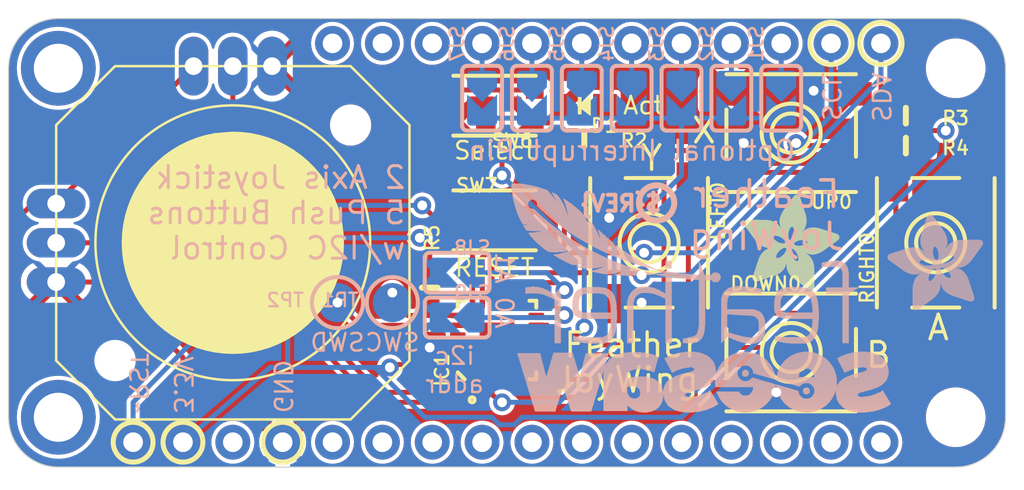
<source format=kicad_pcb>
(kicad_pcb (version 20221018) (generator pcbnew)
  (layers (0 "F.Cu" signal) (1 "In1.Cu" signal) (2 "In2.Cu" signal) (3 "In3.Cu" signal) (4 "In4.Cu" signal) (5 "In5.Cu" signal) (6 "In6.Cu" signal) (7 "In7.Cu" signal) (8 "In8.Cu" signal) (9 "In9.Cu" signal) (10 "In10.Cu" signal) (11 "In11.Cu" signal) (12 "In12.Cu" signal) (13 "In13.Cu" signal) (14 "In14.Cu" signal) (31 "B.Cu" signal) (34 "B.Paste" user) (35 "F.Paste" user) (36 "B.SilkS" user "B.Silkscreen") (37 "F.SilkS" user "F.Silkscreen") (38 "B.Mask" user) (39 "F.Mask" user) (44 "Edge.Cuts" user))
  (net 0 "")
  (net 1 "GND")
  (net 2 "3.3V")
  (net 3 "SWDIO")
  (net 4 "SWCLK")
  (net 5 "~{RESET}")
  (net 6 "PA02_A0")
  (net 7 "PA03_A1")
  (net 8 "PA04_A2")
  (net 9 "PA05_A3")
  (net 10 "PA06_A4")
  (net 11 "PA07_A5")
  (net 12 "PA09_XOSC")
  (net 13 "PA10_A18")
  (net 14 "PA11_A19")
  (net 15 "PA14")
  (net 16 "PA15")
  (net 17 "PA16_D16")
  (net 18 "PA17_D17")
  (net 19 "PA22_SDA")
  (net 20 "PA23_SCL")
  (net 21 "PA24_D-")
  (net 22 "PA25_D+")
  (net 23 "PA08_XOSC")
  (net 24 "N$1")
  (net 25 "N$2")
  (net 26 "N$3")
  (net 27 "N$4")
  (net 28 "N$6")
  (net 29 "N$7")
  (net 30 "N$8")
  (net 31 "N$5")
  (net 32 "N$9")
  (footprint "working:ADAFRUIT_5MM" (layer "F.Cu") (at 160.5661 107.4166)
    (fp_text reference "U$9" hide)
    (fp_text value "" hide)
  )
  (footprint "working:BTN_KMR2_4.6X2.8" (layer "F.Cu") (at 147.8661 98.0186 180)
    (fp_text reference "SW6" (at -2.032 -1.778) (layer "F.SilkS") (effects (font (size 0.692831 0.692831) (thickness 0.119969)) (justify right)))
    (fp_text value "KMR2")
    (pad "A" smd rect (at 2.05 -0.8 180) (size 0.9 0.9) (layers "F.Cu" "F.Paste" "F.Mask") (net 1 "GND"))
    (pad "A'" smd rect (at -2.05 -0.8 180) (size 0.9 0.9) (layers "F.Cu" "F.Paste" "F.Mask") (net 1 "GND"))
    (pad "B" smd rect (at 2.05 0.8 180) (size 0.9 0.9) (layers "F.Cu" "F.Paste" "F.Mask") (net 15 "PA14"))
    (pad "B'" smd rect (at -2.05 0.8 180) (size 0.9 0.9) (layers "F.Cu" "F.Paste" "F.Mask") (net 15 "PA14"))
  )
  (footprint "working:QFN24_4MM" (layer "F.Cu") (at 147.9931 109.9566 90)
    (fp_text reference "IC1" (at -2.45 -2.8 90) (layer "F.SilkS") (effects (font (size 0.692831 0.692831) (thickness 0.119969)) (justify left)))
    (fp_text value "ATSAMD09D14A-MU")
    (pad "1" smd roundrect (at -2 -1.25 270) (size 0.8 0.28) (layers "F.Cu" "F.Paste" "F.Mask") (net 6 "PA02_A0"))
    (pad "2" smd roundrect (at -2 -0.75 270) (size 0.8 0.28) (layers "F.Cu" "F.Paste" "F.Mask") (net 7 "PA03_A1"))
    (pad "3" smd roundrect (at -2 -0.25 270) (size 0.8 0.28) (layers "F.Cu" "F.Paste" "F.Mask") (net 8 "PA04_A2"))
    (pad "4" smd roundrect (at -2 0.25 270) (size 0.8 0.28) (layers "F.Cu" "F.Paste" "F.Mask") (net 9 "PA05_A3"))
    (pad "5" smd roundrect (at -2 0.75 270) (size 0.8 0.28) (layers "F.Cu" "F.Paste" "F.Mask") (net 10 "PA06_A4"))
    (pad "6" smd roundrect (at -2 1.25 270) (size 0.8 0.28) (layers "F.Cu" "F.Paste" "F.Mask") (net 11 "PA07_A5"))
    (pad "7" smd roundrect (at -1.25 2 180) (size 0.8 0.28) (layers "F.Cu" "F.Paste" "F.Mask") (net 23 "PA08_XOSC"))
    (pad "8" smd roundrect (at -0.75 2 180) (size 0.8 0.28) (layers "F.Cu" "F.Paste" "F.Mask") (net 12 "PA09_XOSC"))
    (pad "9" smd roundrect (at -0.25 2 180) (size 0.8 0.28) (layers "F.Cu" "F.Paste" "F.Mask") (net 13 "PA10_A18"))
    (pad "10" smd roundrect (at 0.25 2 180) (size 0.8 0.28) (layers "F.Cu" "F.Paste" "F.Mask") (net 14 "PA11_A19"))
    (pad "11" smd roundrect (at 0.75 2 180) (size 0.8 0.28) (layers "F.Cu" "F.Paste" "F.Mask") (net 15 "PA14"))
    (pad "12" smd roundrect (at 1.25 2 180) (size 0.8 0.28) (layers "F.Cu" "F.Paste" "F.Mask") (net 16 "PA15"))
    (pad "13" smd roundrect (at 2 1.25 90) (size 0.8 0.28) (layers "F.Cu" "F.Paste" "F.Mask") (net 17 "PA16_D16"))
    (pad "14" smd roundrect (at 2 0.75 90) (size 0.8 0.28) (layers "F.Cu" "F.Paste" "F.Mask") (net 18 "PA17_D17"))
    (pad "15" smd roundrect (at 2 0.25 90) (size 0.8 0.28) (layers "F.Cu" "F.Paste" "F.Mask") (net 19 "PA22_SDA"))
    (pad "16" smd roundrect (at 2 -0.25 90) (size 0.8 0.28) (layers "F.Cu" "F.Paste" "F.Mask") (net 20 "PA23_SCL"))
    (pad "17" smd roundrect (at 2 -0.75 90) (size 0.8 0.28) (layers "F.Cu" "F.Paste" "F.Mask") (net 31 "N$5"))
    (pad "18" smd roundrect (at 2 -1.25 90) (size 0.8 0.28) (layers "F.Cu" "F.Paste" "F.Mask") (net 5 "~{RESET}"))
    (pad "19" smd roundrect (at 1.25 -2) (size 0.8 0.28) (layers "F.Cu" "F.Paste" "F.Mask") (net 4 "SWCLK"))
    (pad "20" smd roundrect (at 0.75 -2) (size 0.8 0.28) (layers "F.Cu" "F.Paste" "F.Mask") (net 3 "SWDIO"))
    (pad "21" smd roundrect (at 0.25 -2) (size 0.8 0.28) (layers "F.Cu" "F.Paste" "F.Mask") (net 21 "PA24_D-"))
    (pad "22" smd roundrect (at -0.25 -2) (size 0.8 0.28) (layers "F.Cu" "F.Paste" "F.Mask") (net 22 "PA25_D+"))
    (pad "23" smd roundrect (at -0.75 -2) (size 0.8 0.28) (layers "F.Cu" "F.Paste" "F.Mask") (net 1 "GND"))
    (pad "24" smd roundrect (at -1.25 -2) (size 0.8 0.28) (layers "F.Cu" "F.Paste" "F.Mask") (net 2 "3.3V"))
    (pad "THERM" smd rect (at 0 0 90) (size 1.778 1.778) (layers "F.Cu" "F.Mask") (net 1 "GND"))
  )
  (footprint "working:EVQ-Q2_SMALLER" (layer "F.Cu") (at 170.3451 105.0036 90)
    (fp_text reference "RIGHT0" (at -3.175 -3.5 90) (layer "F.SilkS") (effects (font (size 0.692831 0.692831) (thickness 0.119969)) (justify left)))
    (fp_text value "6mm")
    (pad "A" smd rect (at -3.1 2 90) (size 2 1.2) (layers "F.Cu" "F.Paste" "F.Mask") (net 1 "GND"))
    (pad "A'" smd rect (at 3.1 2 90) (size 2 1.2) (layers "F.Cu" "F.Paste" "F.Mask") (net 1 "GND"))
    (pad "B" smd rect (at -3.1 -2 90) (size 2 1.2) (layers "F.Cu" "F.Paste" "F.Mask") (net 10 "PA06_A4"))
    (pad "B'" smd rect (at 3.1 -2 90) (size 2 1.2) (layers "F.Cu" "F.Paste" "F.Mask") (net 10 "PA06_A4"))
  )
  (footprint "working:FIDUCIAL_1MM" (layer "F.Cu") (at 126.7841 99.6696)
    (fp_text reference "FID1" hide)
    (fp_text value "FIDUCIAL_1MM" hide)
    (pad "1" smd roundrect (at 0 0) (size 1 1) (layers "F.Cu" "F.Mask") (roundrect_rratio 0.5))
  )
  (footprint "working:EVQ-Q2_SMALLER" (layer "F.Cu") (at 162.9791 99.4156 180)
    (fp_text reference "UP0" (at -3.175 -3.5) (layer "F.SilkS") (effects (font (size 0.692831 0.692831) (thickness 0.119969)) (justify right)))
    (fp_text value "6mm")
    (pad "A" smd rect (at -3.1 2 180) (size 2 1.2) (layers "F.Cu" "F.Paste" "F.Mask") (net 1 "GND"))
    (pad "A'" smd rect (at 3.1 2 180) (size 2 1.2) (layers "F.Cu" "F.Paste" "F.Mask") (net 1 "GND"))
    (pad "B" smd rect (at -3.1 -2 180) (size 2 1.2) (layers "F.Cu" "F.Paste" "F.Mask") (net 13 "PA10_A18"))
    (pad "B'" smd rect (at 3.1 -2 180) (size 2 1.2) (layers "F.Cu" "F.Paste" "F.Mask") (net 13 "PA10_A18"))
  )
  (footprint "working:EVQ-Q2_SMALLER" (layer "F.Cu") (at 155.7401 105.0036 -90)
    (fp_text reference "LEFT0" (at -3.175 -3.5 90) (layer "F.SilkS") (effects (font (size 0.692831 0.692831) (thickness 0.119969)) (justify right)))
    (fp_text value "6mm")
    (pad "A" smd rect (at -3.1 2 270) (size 2 1.2) (layers "F.Cu" "F.Paste" "F.Mask") (net 1 "GND"))
    (pad "A'" smd rect (at 3.1 2 270) (size 2 1.2) (layers "F.Cu" "F.Paste" "F.Mask") (net 1 "GND"))
    (pad "B" smd rect (at -3.1 -2 270) (size 2 1.2) (layers "F.Cu" "F.Paste" "F.Mask") (net 12 "PA09_XOSC"))
    (pad "B'" smd rect (at 3.1 -2 270) (size 2 1.2) (layers "F.Cu" "F.Paste" "F.Mask") (net 12 "PA09_XOSC"))
  )
  (footprint "working:CHIPLED_0805_NOOUTLINE" (layer "F.Cu") (at 152.4381 98.0186 90)
    (fp_text reference "D1" (at -1.016 1.778) (layer "F.SilkS") (effects (font (size 0.692831 0.692831) (thickness 0.119969)) (justify right)))
    (fp_text value "RED")
    (pad "A" smd rect (at 0 1.05 90) (size 1.2 1.2) (layers "F.Cu" "F.Paste" "F.Mask") (net 32 "N$9"))
    (pad "C" smd rect (at 0 -1.05 90) (size 1.2 1.2) (layers "F.Cu" "F.Paste" "F.Mask") (net 1 "GND"))
  )
  (footprint "working:0603-NO" (layer "F.Cu") (at 168.8211 98.5266)
    (fp_text reference "R3" (at 1.778 0.127) (layer "F.SilkS") (effects (font (size 0.692831 0.692831) (thickness 0.119969)) (justify left)))
    (fp_text value "10K")
    (pad "1" smd rect (at -0.85 0) (size 1.075 1) (layers "F.Cu" "F.Paste" "F.Mask") (net 19 "PA22_SDA"))
    (pad "2" smd rect (at 0.85 0) (size 1.075 1) (layers "F.Cu" "F.Paste" "F.Mask") (net 2 "3.3V"))
  )
  (footprint "working:0603-NO" (layer "F.Cu") (at 168.8211 100.0506)
    (fp_text reference "R4" (at 1.778 0.127) (layer "F.SilkS") (effects (font (size 0.692831 0.692831) (thickness 0.119969)) (justify left)))
    (fp_text value "10k")
    (pad "1" smd rect (at -0.85 0) (size 1.075 1) (layers "F.Cu" "F.Paste" "F.Mask") (net 20 "PA23_SCL"))
    (pad "2" smd rect (at 0.85 0) (size 1.075 1) (layers "F.Cu" "F.Paste" "F.Mask") (net 2 "3.3V"))
  )
  (footprint "working:0603-NO" (layer "F.Cu") (at 152.4381 99.6696)
    (fp_text reference "R2" (at 1.778 0.127) (layer "F.SilkS") (effects (font (size 0.692831 0.692831) (thickness 0.119969)) (justify left)))
    (fp_text value "1k")
    (pad "1" smd rect (at -0.85 0) (size 1.075 1) (layers "F.Cu" "F.Paste" "F.Mask") (net 31 "N$5"))
    (pad "2" smd rect (at 0.85 0) (size 1.075 1) (layers "F.Cu" "F.Paste" "F.Mask") (net 32 "N$9"))
  )
  (footprint "working:FEATHERWING" (layer "F.Cu") (at 123.1011 116.4336)
    (fp_text reference "MS1" hide)
    (fp_text value "FEATHERWING" hide)
    (fp_line (start 0 -20.32) (end 0 -2.54) (stroke (width 0.05)) (layer "Edge.Cuts"))
    (fp_line (start 2.54 0) (end 48.26 0) (stroke (width 0.05)) (layer "Edge.Cuts"))
    (fp_line (start 48.26 -22.86) (end 2.54 -22.86) (stroke (width 0.05)) (layer "Edge.Cuts"))
    (fp_line (start 50.8 -2.54) (end 50.8 -20.32) (stroke (width 0.05)) (layer "Edge.Cuts"))
    (fp_arc (start 0 -20.32) (mid 0.743949 -22.116051) (end 2.54 -22.86) (stroke (width 0.05)) (layer "Edge.Cuts"))
    (fp_arc (start 2.54 0) (mid 0.743949 -0.743949) (end 0 -2.54) (stroke (width 0.05)) (layer "Edge.Cuts"))
    (fp_arc (start 48.26 -22.86) (mid 50.056051 -22.116051) (end 50.8 -20.32) (stroke (width 0.05)) (layer "Edge.Cuts"))
    (fp_arc (start 50.8 -2.54) (mid 50.056051 -0.743949) (end 48.26 0) (stroke (width 0.05)) (layer "Edge.Cuts"))
    (pad "" np_thru_hole circle (at 48.26 -20.32) (size 2.54 2.54) (drill 2.54) (layers "*.Cu" "*.Mask"))
    (pad "" np_thru_hole circle (at 48.26 -2.54) (size 2.54 2.54) (drill 2.54) (layers "*.Cu" "*.Mask"))
    (pad "1" thru_hole circle (at 6.35 -1.27) (size 1.778 1.778) (drill 1) (layers "*.Cu" "*.Mask") (net 5 "~{RESET}"))
    (pad "2" thru_hole circle (at 8.89 -1.27) (size 1.778 1.778) (drill 1) (layers "*.Cu" "*.Mask") (net 2 "3.3V"))
    (pad "3" thru_hole circle (at 11.43 -1.27) (size 1.778 1.778) (drill 1) (layers "*.Cu" "*.Mask"))
    (pad "4" thru_hole circle (at 13.97 -1.27) (size 1.778 1.778) (drill 1) (layers "*.Cu" "*.Mask") (net 1 "GND"))
    (pad "5" thru_hole circle (at 16.51 -1.27) (size 1.778 1.778) (drill 1) (layers "*.Cu" "*.Mask"))
    (pad "6" thru_hole circle (at 19.05 -1.27) (size 1.778 1.778) (drill 1) (layers "*.Cu" "*.Mask"))
    (pad "7" thru_hole circle (at 21.59 -1.27) (size 1.778 1.778) (drill 1) (layers "*.Cu" "*.Mask"))
    (pad "8" thru_hole circle (at 24.13 -1.27) (size 1.778 1.778) (drill 1) (layers "*.Cu" "*.Mask"))
    (pad "9" thru_hole circle (at 26.67 -1.27) (size 1.778 1.778) (drill 1) (layers "*.Cu" "*.Mask"))
    (pad "10" thru_hole circle (at 29.21 -1.27) (size 1.778 1.778) (drill 1) (layers "*.Cu" "*.Mask"))
    (pad "11" thru_hole circle (at 31.75 -1.27) (size 1.778 1.778) (drill 1) (layers "*.Cu" "*.Mask"))
    (pad "12" thru_hole circle (at 34.29 -1.27) (size 1.778 1.778) (drill 1) (layers "*.Cu" "*.Mask"))
    (pad "13" thru_hole circle (at 36.83 -1.27) (size 1.778 1.778) (drill 1) (layers "*.Cu" "*.Mask"))
    (pad "14" thru_hole circle (at 39.37 -1.27) (size 1.778 1.778) (drill 1) (layers "*.Cu" "*.Mask"))
    (pad "15" thru_hole circle (at 41.91 -1.27) (size 1.778 1.778) (drill 1) (layers "*.Cu" "*.Mask"))
    (pad "16" thru_hole circle (at 44.45 -1.27) (size 1.778 1.778) (drill 1) (layers "*.Cu" "*.Mask"))
    (pad "17" thru_hole circle (at 44.45 -21.59) (size 1.778 1.778) (drill 1) (layers "*.Cu" "*.Mask") (net 19 "PA22_SDA"))
    (pad "18" thru_hole circle (at 41.91 -21.59) (size 1.778 1.778) (drill 1) (layers "*.Cu" "*.Mask") (net 20 "PA23_SCL"))
    (pad "19" thru_hole circle (at 39.37 -21.59) (size 1.778 1.778) (drill 1) (layers "*.Cu" "*.Mask") (net 24 "N$1"))
    (pad "20" thru_hole circle (at 36.83 -21.59) (size 1.778 1.778) (drill 1) (layers "*.Cu" "*.Mask") (net 25 "N$2"))
    (pad "21" thru_hole circle (at 34.29 -21.59) (size 1.778 1.778) (drill 1) (layers "*.Cu" "*.Mask") (net 26 "N$3"))
    (pad "22" thru_hole circle (at 31.75 -21.59) (size 1.778 1.778) (drill 1) (layers "*.Cu" "*.Mask") (net 27 "N$4"))
    (pad "23" thru_hole circle (at 29.21 -21.59) (size 1.778 1.778) (drill 1) (layers "*.Cu" "*.Mask") (net 28 "N$6"))
    (pad "24" thru_hole circle (at 26.67 -21.59) (size 1.778 1.778) (drill 1) (layers "*.Cu" "*.Mask") (net 29 "N$7"))
    (pad "25" thru_hole circle (at 24.13 -21.59) (size 1.778 1.778) (drill 1) (layers "*.Cu" "*.Mask") (net 30 "N$8"))
    (pad "26" thru_hole circle (at 21.59 -21.59) (size 1.778 1.778) (drill 1) (layers "*.Cu" "*.Mask"))
    (pad "27" thru_hole circle (at 19.05 -21.59) (size 1.778 1.778) (drill 1) (layers "*.Cu" "*.Mask"))
    (pad "28" thru_hole circle (at 16.51 -21.59) (size 1.778 1.778) (drill 1) (layers "*.Cu" "*.Mask"))
    (pad "P$1" thru_hole circle (at 2.54 -20.32) (size 3.81 3.81) (drill 2.5) (layers "*.Cu" "*.Mask"))
    (pad "P$2" thru_hole circle (at 2.54 -2.54) (size 3.81 3.81) (drill 2.5) (layers "*.Cu" "*.Mask"))
  )
  (footprint "working:BTN_KMR2_4.6X2.8" (layer "F.Cu") (at 147.8661 103.8606)
    (fp_text reference "SW7" (at -2.032 -1.778) (layer "F.SilkS") (effects (font (size 0.692831 0.692831) (thickness 0.119969)) (justify left)))
    (fp_text value "KMR2")
    (pad "A" smd rect (at 2.05 -0.8) (size 0.9 0.9) (layers "F.Cu" "F.Paste" "F.Mask") (net 1 "GND"))
    (pad "A'" smd rect (at -2.05 -0.8) (size 0.9 0.9) (layers "F.Cu" "F.Paste" "F.Mask") (net 1 "GND"))
    (pad "B" smd rect (at 2.05 0.8) (size 0.9 0.9) (layers "F.Cu" "F.Paste" "F.Mask") (net 5 "~{RESET}"))
    (pad "B'" smd rect (at -2.05 0.8) (size 0.9 0.9) (layers "F.Cu" "F.Paste" "F.Mask") (net 5 "~{RESET}"))
  )
  (footprint "working:FIDUCIAL_1MM" (layer "F.Cu") (at 170.3451 105.0036)
    (fp_text reference "FID2" hide)
    (fp_text value "FIDUCIAL_1MM" hide)
    (pad "1" smd roundrect (at 0 0) (size 1 1) (layers "F.Cu" "F.Mask") (roundrect_rratio 0.5))
  )
  (footprint "working:EVQ-Q2_SMALLER" (layer "F.Cu") (at 162.9791 110.5916)
    (fp_text reference "DOWN0" (at -3.175 -3.5) (layer "F.SilkS") (effects (font (size 0.692831 0.692831) (thickness 0.119969)) (justify left)))
    (fp_text value "6mm")
    (pad "A" smd rect (at -3.1 2) (size 2 1.2) (layers "F.Cu" "F.Paste" "F.Mask") (net 1 "GND"))
    (pad "A'" smd rect (at 3.1 2) (size 2 1.2) (layers "F.Cu" "F.Paste" "F.Mask") (net 1 "GND"))
    (pad "B" smd rect (at -3.1 -2) (size 2 1.2) (layers "F.Cu" "F.Paste" "F.Mask") (net 11 "PA07_A5"))
    (pad "B'" smd rect (at 3.1 -2) (size 2 1.2) (layers "F.Cu" "F.Paste" "F.Mask") (net 11 "PA07_A5"))
  )
  (footprint "working:JOYSTICK_ANALOG_MINITHM" (layer "F.Cu") (at 134.5311 105.0036 90)
    (fp_text reference "JOY1" hide)
    (fp_text value "JOYSTICK_ANALOG_XY" hide)
    (pad "" np_thru_hole circle (at -6 -6 90) (size 1.6 1.6) (drill 1.6) (layers "*.Cu" "*.Mask"))
    (pad "" np_thru_hole circle (at 6 6 90) (size 1.6 1.6) (drill 1.6) (layers "*.Cu" "*.Mask"))
    (pad "X" thru_hole oval (at 0 -9 180) (size 3 1.5) (drill 0.9) (layers "*.Cu" "*.Mask") (net 7 "PA03_A1"))
    (pad "X+" thru_hole oval (at 2 -9 180) (size 3 1.5) (drill 0.9) (layers "*.Cu" "*.Mask") (net 2 "3.3V"))
    (pad "X-" thru_hole oval (at -2 -9 180) (size 3 1.5) (drill 0.9) (layers "*.Cu" "*.Mask") (net 1 "GND"))
    (pad "Y" thru_hole oval (at 9 0 90) (size 3 1.5) (drill 0.9) (layers "*.Cu" "*.Mask") (net 6 "PA02_A0"))
    (pad "Y+" thru_hole oval (at 9 -2 90) (size 3 1.5) (drill 0.9) (layers "*.Cu" "*.Mask") (net 2 "3.3V"))
    (pad "Y-" thru_hole oval (at 9 2 90) (size 3 1.5) (drill 0.9) (layers "*.Cu" "*.Mask") (net 1 "GND"))
  )
  (footprint "working:0603-NO" (layer "F.Cu") (at 144.5641 107.2896 90)
    (fp_text reference "R5" (at 1.778 0.127 90) (layer "F.SilkS") (effects (font (size 0.692831 0.692831) (thickness 0.119969)) (justify left)))
    (fp_text value "1k")
    (pad "1" smd rect (at -0.85 0 90) (size 1.075 1) (layers "F.Cu" "F.Paste" "F.Mask") (net 4 "SWCLK"))
    (pad "2" smd rect (at 0.85 0 90) (size 1.075 1) (layers "F.Cu" "F.Paste" "F.Mask") (net 2 "3.3V"))
  )
  (footprint "working:SOLDERJUMPER_ARROW_NOPASTE" (layer "B.Cu") (at 145.9611 108.8136 180)
    (fp_text reference "SJ9" (at -1.778 1.27) (layer "B.SilkS") (effects (font (size 0.692831 0.692831) (thickness 0.119969)) (justify left mirror)))
    (fp_text value "")
    (fp_poly (pts (xy 0.201021 0) (xy -0.560979 -0.762) (xy -1.1684 -0.762) (xy -1.1684 0.762) (xy -0.560979 0.762)) (fill solid) (layer "B.Cu"))
    (fp_poly (pts (xy 1.1684 -0.762) (xy -0.186831 -0.762) (xy 0.548892 0) (xy -0.186831 0.762) (xy 1.1684 0.762)) (fill solid) (layer "B.Cu"))
    (pad "1" smd roundrect (at -1.016 0 180) (size 0.762 1.524) (layers "B.Cu") (net 17 "PA16_D16"))
    (pad "2" smd roundrect (at 1.016 0 180) (size 0.762 1.524) (layers "B.Cu") (net 1 "GND"))
  )
  (footprint "working:SOLDERJUMPER_ARROW_NOPASTE" (layer "B.Cu") (at 147.2311 97.6376 -90)
    (fp_text reference "SJ7" (at -1.778 1.27 -270) (layer "B.SilkS") (effects (font (size 0.692831 0.692831) (thickness 0.119969)) (justify right mirror)))
    (fp_text value "")
    (fp_poly (pts (xy 0.201021 0) (xy -0.560979 -0.762) (xy -1.1684 -0.762) (xy -1.1684 0.762) (xy -0.560979 0.762)) (fill solid) (layer "B.Cu"))
    (fp_poly (pts (xy 1.1684 -0.762) (xy -0.186831 -0.762) (xy 0.548892 0) (xy -0.186831 0.762) (xy 1.1684 0.762)) (fill solid) (layer "B.Cu"))
    (pad "1" smd roundrect (at -1.016 0 270) (size 0.762 1.524) (layers "B.Cu") (net 30 "N$8"))
    (pad "2" smd roundrect (at 1.016 0 270) (size 0.762 1.524) (layers "B.Cu") (net 8 "PA04_A2"))
  )
  (footprint "working:TESTPOINT_ROUND_2MM" (layer "B.Cu") (at 142.6591 108.0516 180)
    (fp_text reference "TP1" (at 1.651 0.127) (layer "B.SilkS") (effects (font (size 0.692831 0.692831) (thickness 0.119969)) (justify left mirror)))
    (fp_text value "")
    (pad "P$1" smd roundrect (at 0 0 180) (size 2 2) (layers "B.Cu" "B.Mask") (roundrect_rratio 0.5) (net 4 "SWCLK"))
  )
  (footprint "working:PCBFEAT-REV-040" (layer "B.Cu") (at 156.1211 102.9716 180)
    (fp_text reference "U$7" hide)
    (fp_text value "" hide)
    (fp_text user "${REV}" (at -0.3556 -0.508) (layer "B.SilkS") (effects (font (size 0.8128 0.8128) (thickness 0.2032)) (justify left bottom mirror)))
  )
  (footprint "working:SOLDERJUMPER_ARROW_NOPASTE" (layer "B.Cu") (at 159.9311 97.6376 -90)
    (fp_text reference "SJ2" (at -1.778 1.27 -270) (layer "B.SilkS") (effects (font (size 0.692831 0.692831) (thickness 0.119969)) (justify right mirror)))
    (fp_text value "")
    (fp_poly (pts (xy 0.201021 0) (xy -0.560979 -0.762) (xy -1.1684 -0.762) (xy -1.1684 0.762) (xy -0.560979 0.762)) (fill solid) (layer "B.Cu"))
    (fp_poly (pts (xy 1.1684 -0.762) (xy -0.186831 -0.762) (xy 0.548892 0) (xy -0.186831 0.762) (xy 1.1684 0.762)) (fill solid) (layer "B.Cu"))
    (pad "1" smd roundrect (at -1.016 0 270) (size 0.762 1.524) (layers "B.Cu") (net 25 "N$2"))
    (pad "2" smd roundrect (at 1.016 0 270) (size 0.762 1.524) (layers "B.Cu") (net 8 "PA04_A2"))
  )
  (footprint "working:ADAFRUIT_5MM" (layer "B.Cu") (at 172.7581 108.4326 180)
    (fp_text reference "U$11" hide)
    (fp_text value "" hide)
  )
  (footprint "working:SOLDERJUMPER_ARROW_NOPASTE" (layer "B.Cu") (at 157.3911 97.6376 -90)
    (fp_text reference "SJ3" (at -1.778 1.27 -270) (layer "B.SilkS") (effects (font (size 0.692831 0.692831) (thickness 0.119969)) (justify right mirror)))
    (fp_text value "")
    (fp_poly (pts (xy 0.201021 0) (xy -0.560979 -0.762) (xy -1.1684 -0.762) (xy -1.1684 0.762) (xy -0.560979 0.762)) (fill solid) (layer "B.Cu"))
    (fp_poly (pts (xy 1.1684 -0.762) (xy -0.186831 -0.762) (xy 0.548892 0) (xy -0.186831 0.762) (xy 1.1684 0.762)) (fill solid) (layer "B.Cu"))
    (pad "1" smd roundrect (at -1.016 0 270) (size 0.762 1.524) (layers "B.Cu") (net 26 "N$3"))
    (pad "2" smd roundrect (at 1.016 0 270) (size 0.762 1.524) (layers "B.Cu") (net 8 "PA04_A2"))
  )
  (footprint "working:FEATHERLOGO_MED" (layer "B.Cu") (at 166.5351 110.2106 180)
    (fp_text reference "U$10" hide)
    (fp_text value "" hide)
  )
  (footprint "working:TESTPOINT_ROUND_2MM" (layer "B.Cu") (at 139.8651 108.0516 180)
    (fp_text reference "TP2" (at 1.651 0.127) (layer "B.SilkS") (effects (font (size 0.692831 0.692831) (thickness 0.119969)) (justify left mirror)))
    (fp_text value "")
    (pad "P$1" smd roundrect (at 0 0 180) (size 2 2) (layers "B.Cu" "B.Mask") (roundrect_rratio 0.5) (net 3 "SWDIO"))
  )
  (footprint "working:SOLDERJUMPER_ARROW_NOPASTE" (layer "B.Cu") (at 154.8511 97.6376 -90)
    (fp_text reference "SJ4" (at -1.778 1.27 -270) (layer "B.SilkS") (effects (font (size 0.692831 0.692831) (thickness 0.119969)) (justify right mirror)))
    (fp_text value "")
    (fp_poly (pts (xy 0.201021 0) (xy -0.560979 -0.762) (xy -1.1684 -0.762) (xy -1.1684 0.762) (xy -0.560979 0.762)) (fill solid) (layer "B.Cu"))
    (fp_poly (pts (xy 1.1684 -0.762) (xy -0.186831 -0.762) (xy 0.548892 0) (xy -0.186831 0.762) (xy 1.1684 0.762)) (fill solid) (layer "B.Cu"))
    (pad "1" smd roundrect (at -1.016 0 270) (size 0.762 1.524) (layers "B.Cu") (net 27 "N$4"))
    (pad "2" smd roundrect (at 1.016 0 270) (size 0.762 1.524) (layers "B.Cu") (net 8 "PA04_A2"))
  )
  (footprint "working:SOLDERJUMPER_ARROW_NOPASTE" (layer "B.Cu") (at 145.9611 106.5276 180)
    (fp_text reference "SJ8" (at -1.778 1.27) (layer "B.SilkS") (effects (font (size 0.692831 0.692831) (thickness 0.119969)) (justify left mirror)))
    (fp_text value "")
    (fp_poly (pts (xy 0.201021 0) (xy -0.560979 -0.762) (xy -1.1684 -0.762) (xy -1.1684 0.762) (xy -0.560979 0.762)) (fill solid) (layer "B.Cu"))
    (fp_poly (pts (xy 1.1684 -0.762) (xy -0.186831 -0.762) (xy 0.548892 0) (xy -0.186831 0.762) (xy 1.1684 0.762)) (fill solid) (layer "B.Cu"))
    (pad "1" smd roundrect (at -1.016 0 180) (size 0.762 1.524) (layers "B.Cu") (net 18 "PA17_D17"))
    (pad "2" smd roundrect (at 1.016 0 180) (size 0.762 1.524) (layers "B.Cu") (net 1 "GND"))
  )
  (footprint "working:SEESAW_LOGO" (layer "B.Cu") (at 168.0591 113.6396 180)
    (fp_text reference "U$12" hide)
    (fp_text value "" hide)
  )
  (footprint "working:SOLDERJUMPER_ARROW_NOPASTE" (layer "B.Cu") (at 149.7711 97.6376 -90)
    (fp_text reference "SJ6" (at -1.778 1.27 -270) (layer "B.SilkS") (effects (font (size 0.692831 0.692831) (thickness 0.119969)) (justify right mirror)))
    (fp_text value "")
    (fp_poly (pts (xy 0.201021 0) (xy -0.560979 -0.762) (xy -1.1684 -0.762) (xy -1.1684 0.762) (xy -0.560979 0.762)) (fill solid) (layer "B.Cu"))
    (fp_poly (pts (xy 1.1684 -0.762) (xy -0.186831 -0.762) (xy 0.548892 0) (xy -0.186831 0.762) (xy 1.1684 0.762)) (fill solid) (layer "B.Cu"))
    (pad "1" smd roundrect (at -1.016 0 270) (size 0.762 1.524) (layers "B.Cu") (net 29 "N$7"))
    (pad "2" smd roundrect (at 1.016 0 270) (size 0.762 1.524) (layers "B.Cu") (net 8 "PA04_A2"))
  )
  (footprint "working:SOLDERJUMPER_ARROW_NOPASTE" (layer "B.Cu") (at 152.3111 97.6376 -90)
    (fp_text reference "SJ5" (at -1.778 1.27 -270) (layer "B.SilkS") (effects (font (size 0.692831 0.692831) (thickness 0.119969)) (justify right mirror)))
    (fp_text value "")
    (fp_poly (pts (xy 0.201021 0) (xy -0.560979 -0.762) (xy -1.1684 -0.762) (xy -1.1684 0.762) (xy -0.560979 0.762)) (fill solid) (layer "B.Cu"))
    (fp_poly (pts (xy 1.1684 -0.762) (xy -0.186831 -0.762) (xy 0.548892 0) (xy -0.186831 0.762) (xy 1.1684 0.762)) (fill solid) (layer "B.Cu"))
    (pad "1" smd roundrect (at -1.016 0 270) (size 0.762 1.524) (layers "B.Cu") (net 28 "N$6"))
    (pad "2" smd roundrect (at 1.016 0 270) (size 0.762 1.524) (layers "B.Cu") (net 8 "PA04_A2"))
  )
  (footprint "working:SOLDERJUMPER_ARROW_NOPASTE" (layer "B.Cu") (at 162.4711 97.6376 -90)
    (fp_text reference "SJ1" (at -1.778 1.27 -270) (layer "B.SilkS") (effects (font (size 0.692831 0.692831) (thickness 0.119969)) (justify right mirror)))
    (fp_text value "")
    (fp_poly (pts (xy 0.201021 0) (xy -0.560979 -0.762) (xy -1.1684 -0.762) (xy -1.1684 0.762) (xy -0.560979 0.762)) (fill solid) (layer "B.Cu"))
    (fp_poly (pts (xy 1.1684 -0.762) (xy -0.186831 -0.762) (xy 0.548892 0) (xy -0.186831 0.762) (xy 1.1684 0.762)) (fill solid) (layer "B.Cu"))
    (pad "1" smd roundrect (at -1.016 0 270) (size 0.762 1.524) (layers "B.Cu") (net 24 "N$1"))
    (pad "2" smd roundrect (at 1.016 0 270) (size 0.762 1.524) (layers "B.Cu") (net 8 "PA04_A2"))
  )
  (gr_circle (center 137.0711 115.1636) (end 138.0871 115.1636) (stroke (width 0.254)) (fill none) (layer "F.SilkS"))
  (gr_circle (center 129.4511 115.1636) (end 130.4671 115.1636) (stroke (width 0.254)) (fill none) (layer "F.SilkS"))
  (gr_circle (center 131.9911 115.1636) (end 133.0071 115.1636) (stroke (width 0.254)) (fill none) (layer "F.SilkS"))
  (gr_circle (center 165.0111 94.8436) (end 166.088728 94.8436) (stroke (width 0.254)) (fill none) (layer "F.SilkS"))
  (gr_circle (center 167.5511 94.8436) (end 168.628728 94.8436) (stroke (width 0.254)) (fill none) (layer "F.SilkS"))
  (gr_line (start 123.1011 113.8936) (end 123.1011 96.1136) (stroke (width 0.05)) (layer "Edge.Cuts"))
  (gr_arc (start 171.3611 93.5736) (mid 173.157151 94.317549) (end 173.9011 96.1136) (stroke (width 0.05)) (layer "Edge.Cuts"))
  (gr_arc (start 123.1011 96.1136) (mid 123.845049 94.317549) (end 125.6411 93.5736) (stroke (width 0.05)) (layer "Edge.Cuts"))
  (gr_line (start 171.3611 116.4336) (end 125.6411 116.4336) (stroke (width 0.05)) (layer "Edge.Cuts"))
  (gr_line (start 125.6411 93.5736) (end 171.3611 93.5736) (stroke (width 0.05)) (layer "Edge.Cuts"))
  (gr_arc (start 125.6411 116.4336) (mid 123.845049 115.689651) (end 123.1011 113.8936) (stroke (width 0.05)) (layer "Edge.Cuts"))
  (gr_line (start 173.9011 96.1136) (end 173.9011 113.8936) (stroke (width 0.05)) (layer "Edge.Cuts"))
  (gr_arc (start 173.9011 113.8936) (mid 173.157151 115.689651) (end 171.3611 116.4336) (stroke (width 0.05)) (layer "Edge.Cuts"))
  (gr_text "~RST" (at 129.7051 113.7666 -90) (layer "B.SilkS") (effects (font (size 0.89408 0.89408) (thickness 0.12192)) (justify left mirror)))
  (gr_text "GND" (at 137.0711 113.7666 -90) (layer "B.SilkS") (effects (font (size 0.89408 0.89408) (thickness 0.12192)) (justify left mirror)))
  (gr_text "Feather\nJoyWing" (at 161.7091 103.6066) (layer "B.SilkS") (effects (font (size 1.34112 1.34112) (thickness 0.18288)) (justify mirror)))
  (gr_text "SDA" (at 167.5511 96.2406 -90) (layer "B.SilkS") (effects (font (size 0.89408 0.89408) (thickness 0.12192)) (justify right mirror)))
  (gr_text "SCL" (at 165.0111 96.2406 -90) (layer "B.SilkS") (effects (font (size 0.89408 0.89408) (thickness 0.12192)) (justify right mirror)))
  (gr_text "SWC" (at 142.6591 110.0836) (layer "B.SilkS") (effects (font (size 0.89408 0.89408) (thickness 0.12192)) (justify mirror)))
  (gr_text "i2c\naddr" (at 145.8341 111.4806) (layer "B.SilkS") (effects (font (size 0.89408 0.89408) (thickness 0.12192)) (justify mirror)))
  (gr_text "A0" (at 148.8821 107.6706 -90) (layer "B.SilkS") (effects (font (size 0.89408 0.89408) (thickness 0.12192)) (justify right top mirror)))
  (gr_text "2 Axis Joystick\n5 Push Buttons\nw/I2C Control" (at 143.4211 103.4796) (layer "B.SilkS") (effects (font (size 1.1176 1.1176) (thickness 0.1524)) (justify left mirror)))
  (gr_text "A1" (at 148.8821 105.3846 -90) (layer "B.SilkS") (effects (font (size 0.89408 0.89408) (thickness 0.12192)) (justify right top mirror)))
  (gr_text "Optional Interrupt Pin" (at 154.8511 100.3046) (layer "B.SilkS") (effects (font (size 1.00584 1.00584) (thickness 0.13716)) (justify mirror)))
  (gr_text "SWD" (at 139.8651 110.0836) (layer "B.SilkS") (effects (font (size 0.89408 0.89408) (thickness 0.12192)) (justify mirror)))
  (gr_text "3.3V" (at 131.9911 113.7666 -90) (layer "B.SilkS") (effects (font (size 0.89408 0.89408) (thickness 0.12192)) (justify left mirror)))
  (gr_text "Select" (at 147.8661 100.3046) (layer "F.SilkS") (effects (font (size 0.89408 0.89408) (thickness 0.12192))))
  (gr_text "Act" (at 154.3431 98.5266) (layer "F.SilkS") (effects (font (size 0.89408 0.89408) (thickness 0.12192)) (justify left bottom)))
  (gr_text "Feather" (at 154.8511 110.2106) (layer "F.SilkS") (effects (font (size 1.22936 1.22936) (thickness 0.16764))))
  (gr_text "Y" (at 155.8671 100.6856) (layer "F.SilkS") (effects (font (size 1.251712 1.251712) (thickness 0.170688))))
  (gr_text "JoyWing" (at 154.5971 111.9886) (layer "F.SilkS") (effects (font (size 1.251712 1.251712) (thickness 0.170688))))
  (gr_text "X" (at 158.5341 99.2886) (layer "F.SilkS") (effects (font (size 1.251712 1.251712) (thickness 0.170688))))
  (gr_text "B" (at 167.4241 110.7186) (layer "F.SilkS") (effects (font (size 1.251712 1.251712) (thickness 0.170688))))
  (gr_text "A" (at 170.4721 109.3216) (layer "F.SilkS") (effects (font (size 1.251712 1.251712) (thickness 0.170688))))
  (gr_text "RESET" (at 147.8661 106.2736) (layer "F.SilkS") (effects (font (size 0.89408 0.89408) (thickness 0.12192))))
  (segment (start 137.0711 114.1476) (end 137.0711 115.1636) (width 0.254) (layer "F.Cu") (net 1))
  (segment (start 145.9931 110.7066) (end 147.9931 110.7066) (width 0.254) (layer "F.Cu") (net 1))
  (segment (start 150.5881 98.8186) (end 151.3881 98.0186) (width 0.4064) (layer "F.Cu") (net 1))
  (segment (start 149.9161 98.8186) (end 150.5881 98.8186) (width 0.4064) (layer "F.Cu") (net 1))
  (segment (start 144.5641 110.7066) (end 144.5641 110.3376) (width 0.254) (layer "F.Cu") (net 1))
  (segment (start 125.5311 107.0036) (end 129.9271 107.0036) (width 0.254) (layer "F.Cu") (net 1))
  (segment (start 147.9931 110.7066) (end 147.9931 109.9566) (width 0.254) (layer "F.Cu") (net 1))
  (segment (start 129.9271 107.0036) (end 137.0711 114.1476) (width 0.254) (layer "F.Cu") (net 1))
  (segment (start 145.9931 110.7066) (end 144.5641 110.7066) (width 0.254) (layer "F.Cu") (net 1))
  (via (at 160.5661 99.9236) (size 0.9064) (drill 0.5) (layers "F.Cu" "B.Cu") (net 1))
  (via (at 162.2171 112.6236) (size 0.9064) (drill 0.5) (layers "F.Cu" "B.Cu") (net 1))
  (via (at 153.7081 103.7336) (size 0.9064) (drill 0.5) (layers "F.Cu" "B.Cu") (net 1))
  (via (at 164.1221 97.2566) (size 0.9064) (drill 0.5) (layers "F.Cu" "B.Cu") (net 1))
  (via (at 155.3591 108.0516) (size 0.9064) (drill 0.5) (layers "F.Cu" "B.Cu") (net 1))
  (via (at 144.5641 110.3376) (size 0.9064) (drill 0.5) (layers "F.Cu" "B.Cu") (net 1))
  (segment (start 124.3391 103.0036) (end 125.5311 103.0036) (width 0.254) (layer "F.Cu") (net 2))
  (segment (start 142.8061 111.2066) (end 145.9931 111.2066) (width 0.254) (layer "F.Cu") (net 2))
  (segment (start 131.9911 110.8456) (end 130.4671 109.3216) (width 0.254) (layer "F.Cu") (net 2))
  (segment (start 144.5641 105.2576) (end 144.0561 104.7496) (width 0.254) (layer "F.Cu") (net 2))
  (segment (start 124.1171 109.3216) (end 123.6091 108.8136) (width 0.254) (layer "F.Cu") (net 2))
  (segment (start 144.5641 106.4396) (end 144.5641 105.2576) (width 0.254) (layer "F.Cu") (net 2))
  (segment (start 123.6091 103.7336) (end 124.3391 103.0036) (width 0.254) (layer "F.Cu") (net 2))
  (segment (start 142.5321 111.3536) (end 142.8061 111.2066) (width 0.254) (layer "F.Cu") (net 2))
  (segment (start 131.9911 115.1636) (end 131.9911 110.8456) (width 0.254) (layer "F.Cu") (net 2))
  (segment (start 169.6711 98.5266) (end 169.6711 99.2886) (width 0.254) (layer "F.Cu") (net 2))
  (segment (start 170.8531 99.2886) (end 169.6711 99.2886) (width 0.254) (layer "F.Cu") (net 2))
  (segment (start 130.4671 109.3216) (end 124.1171 109.3216) (width 0.254) (layer "F.Cu") (net 2))
  (segment (start 125.5311 103.0036) (end 132.5311 96.0036) (width 0.254) (layer "F.Cu") (net 2))
  (segment (start 169.6711 99.2886) (end 169.6711 100.0506) (width 0.254) (layer "F.Cu") (net 2))
  (segment (start 123.6091 108.8136) (end 123.6091 103.7336) (width 0.254) (layer "F.Cu") (net 2))
  (via (at 142.5321 111.3536) (size 0.9064) (drill 0.5) (layers "F.Cu" "B.Cu") (net 2))
  (via (at 144.0561 104.7496) (size 0.9064) (drill 0.5) (layers "F.Cu" "B.Cu") (net 2))
  (via (at 170.8531 99.2886) (size 0.9064) (drill 0.5) (layers "F.Cu" "B.Cu") (net 2))
  (segment (start 147.7391 113.8936) (end 148.1201 114.2746) (width 0.254) (layer "B.Cu") (net 2))
  (segment (start 170.8531 100.4316) (end 170.8531 99.2886) (width 0.254) (layer "B.Cu") (net 2))
  (segment (start 131.9911 115.1636) (end 136.4361 111.3536) (width 0.254) (layer "B.Cu") (net 2))
  (segment (start 149.2631 113.8936) (end 157.3911 113.8936) (width 0.254) (layer "B.Cu") (net 2))
  (segment (start 137.1981 111.3536) (end 141.7701 111.3536) (width 0.254) (layer "B.Cu") (net 2))
  (segment (start 148.1201 114.2746) (end 148.8821 114.2746) (width 0.254) (layer "B.Cu") (net 2))
  (segment (start 144.0561 104.7496) (end 139.9921 104.7496) (width 0.254) (layer "B.Cu") (net 2))
  (segment (start 139.9921 104.7496) (end 137.3251 107.4166) (width 0.254) (layer "B.Cu") (net 2))
  (segment (start 157.3911 113.8936) (end 170.8531 100.4316) (width 0.254) (layer "B.Cu") (net 2))
  (segment (start 137.3251 111.2266) (end 137.1981 111.3536) (width 0.254) (layer "B.Cu") (net 2))
  (segment (start 137.3251 107.4166) (end 137.3251 111.2266) (width 0.254) (layer "B.Cu") (net 2))
  (segment (start 136.4361 111.3536) (end 137.1981 111.3536) (width 0.254) (layer "B.Cu") (net 2))
  (segment (start 144.3101 113.8936) (end 147.7391 113.8936) (width 0.254) (layer "B.Cu") (net 2))
  (segment (start 141.7701 111.3536) (end 142.5321 111.3536) (width 0.254) (layer "B.Cu") (net 2))
  (segment (start 148.8821 114.2746) (end 149.2631 113.8936) (width 0.254) (layer "B.Cu") (net 2))
  (segment (start 141.7701 111.3536) (end 144.3101 113.8936) (width 0.254) (layer "B.Cu") (net 2))
  (segment (start 145.9931 109.2066) (end 140.9961 109.2066) (width 0.254) (layer "F.Cu") (net 3))
  (segment (start 140.9961 109.2066) (end 139.8651 108.0516) (width 0.254) (layer "F.Cu") (net 3))
  (via (at 139.8651 108.0516) (size 0.9064) (drill 0.5) (layers "F.Cu" "B.Cu") (net 3))
  (segment (start 144.5641 108.7066) (end 143.4411 108.7066) (width 0.254) (layer "F.Cu") (net 4))
  (segment (start 145.9931 108.7066) (end 144.5641 108.7066) (width 0.254) (layer "F.Cu") (net 4))
  (segment (start 143.4411 108.7066) (end 142.6591 107.5436) (width 0.254) (layer "F.Cu") (net 4))
  (segment (start 144.5641 108.1396) (end 144.5641 108.7066) (width 0.254) (layer "F.Cu") (net 4))
  (via (at 142.6591 107.5436) (size 0.9064) (drill 0.5) (layers "F.Cu" "B.Cu") (net 4))
  (segment (start 142.6591 107.5436) (end 142.6591 108.0516) (width 0.254) (layer "B.Cu") (net 4))
  (segment (start 145.7451 104.6606) (end 145.8161 104.6606) (width 0.254) (layer "F.Cu") (net 5))
  (segment (start 149.9161 104.6606) (end 145.8161 104.6606) (width 0.254) (layer "F.Cu") (net 5))
  (segment (start 146.7431 105.2066) (end 145.8161 104.6606) (width 0.254) (layer "F.Cu") (net 5))
  (segment (start 144.1831 103.0986) (end 145.7451 104.6606) (width 0.254) (layer "F.Cu") (net 5))
  (segment (start 146.7431 107.9566) (end 146.7431 105.2066) (width 0.254) (layer "F.Cu") (net 5))
  (via (at 144.1831 103.0986) (size 0.9064) (drill 0.5) (layers "F.Cu" "B.Cu") (net 5))
  (segment (start 139.2301 103.0986) (end 144.1831 103.0986) (width 0.254) (layer "B.Cu") (net 5))
  (segment (start 129.4511 113.1316) (end 139.2301 103.0986) (width 0.254) (layer "B.Cu") (net 5))
  (segment (start 129.4511 115.1636) (end 129.4511 113.1316) (width 0.254) (layer "B.Cu") (net 5))
  (segment (start 146.7231 112.1156) (end 146.7231 111.9766) (width 0.254) (layer "F.Cu") (net 6))
  (segment (start 146.7231 111.9766) (end 146.7431 111.9566) (width 0.254) (layer "F.Cu") (net 6))
  (segment (start 142.0241 112.6236) (end 146.2151 112.6236) (width 0.254) (layer "F.Cu") (net 6))
  (segment (start 134.5311 105.1306) (end 142.0241 112.6236) (width 0.254) (layer "F.Cu") (net 6))
  (segment (start 146.2151 112.6236) (end 146.7231 112.1156) (width 0.254) (layer "F.Cu") (net 6))
  (segment (start 134.5311 96.0036) (end 134.5311 105.1306) (width 0.254) (layer "F.Cu") (net 6))
  (segment (start 141.7701 113.1316) (end 146.7231 113.1316) (width 0.254) (layer "F.Cu") (net 7))
  (segment (start 146.7231 113.1316) (end 147.2431 112.6116) (width 0.254) (layer "F.Cu") (net 7))
  (segment (start 133.6421 105.0036) (end 141.7701 113.1316) (width 0.254) (layer "F.Cu") (net 7))
  (segment (start 147.2431 112.6116) (end 147.2431 111.9566) (width 0.254) (layer "F.Cu") (net 7))
  (segment (start 125.5311 105.0036) (end 133.6421 105.0036) (width 0.254) (layer "F.Cu") (net 7))
  (segment (start 147.7431 111.9566) (end 147.7431 112.7546) (width 0.254) (layer "F.Cu") (net 8))
  (segment (start 147.7431 112.7546) (end 148.2471 113.1316) (width 0.254) (layer "F.Cu") (net 8))
  (via (at 148.2471 113.1316) (size 0.9064) (drill 0.5) (layers "F.Cu" "B.Cu") (net 8))
  (segment (start 157.3911 101.5746) (end 157.3911 98.6536) (width 0.254) (layer "B.Cu") (net 8))
  (segment (start 151.1681 113.1316) (end 153.9621 110.0836) (width 0.254) (layer "B.Cu") (net 8))
  (segment (start 152.3111 98.6536) (end 154.8511 98.6536) (width 0.254) (layer "B.Cu") (net 8))
  (segment (start 148.2471 113.1316) (end 151.1681 113.1316) (width 0.254) (layer "B.Cu") (net 8))
  (segment (start 147.2311 98.6536) (end 149.7711 98.6536) (width 0.254) (layer "B.Cu") (net 8))
  (segment (start 153.9621 110.0836) (end 153.9621 105.0036) (width 0.254) (layer "B.Cu") (net 8))
  (segment (start 154.8511 98.6536) (end 157.3911 98.6536) (width 0.254) (layer "B.Cu") (net 8))
  (segment (start 149.7711 98.6536) (end 152.3111 98.6536) (width 0.254) (layer "B.Cu") (net 8))
  (segment (start 157.3911 98.6536) (end 159.9311 98.6536) (width 0.254) (layer "B.Cu") (net 8))
  (segment (start 153.9621 105.0036) (end 157.3911 101.5746) (width 0.254) (layer "B.Cu") (net 8))
  (segment (start 159.9311 98.6536) (end 162.4711 98.6536) (width 0.254) (layer "B.Cu") (net 8))
  (segment (start 157.8991 98.6536) (end 157.3911 98.6536) (width 0.254) (layer "B.Cu") (net 8))
  (segment (start 167.2971 110.3376) (end 168.3131 109.3216) (width 0.254) (layer "F.Cu") (net 10))
  (segment (start 168.3451 101.4796) (end 168.3451 101.9036) (width 0.254) (layer "F.Cu") (net 10))
  (segment (start 159.4231 110.3376) (end 167.2971 110.3376) (width 0.254) (layer "F.Cu") (net 10))
  (segment (start 148.7431 112.4846) (end 149.1361 112.8776) (width 0.254) (layer "F.Cu") (net 10))
  (segment (start 168.3131 108.1356) (end 168.3451 108.1036) (width 0.254) (layer "F.Cu") (net 10))
  (segment (start 149.1361 112.8776) (end 156.8831 112.8776) (width 0.254) (layer "F.Cu") (net 10))
  (segment (start 168.3131 108.0716) (end 168.3131 101.4476) (width 0.254) (layer "F.Cu") (net 10))
  (segment (start 156.8831 112.8776) (end 159.4231 110.3376) (width 0.254) (layer "F.Cu") (net 10))
  (segment (start 148.7431 111.9566) (end 148.7431 112.4846) (width 0.254) (layer "F.Cu") (net 10))
  (segment (start 168.3131 109.3216) (end 168.3131 108.1356) (width 0.254) (layer "F.Cu") (net 10))
  (segment (start 168.3131 101.4476) (end 168.3451 101.4796) (width 0.254) (layer "F.Cu") (net 10))
  (segment (start 168.3451 108.1036) (end 168.3131 108.0716) (width 0.254) (layer "F.Cu") (net 10))
  (segment (start 159.8791 108.9926) (end 159.8791 108.5916) (width 0.254) (layer "F.Cu") (net 11))
  (segment (start 149.2431 111.9566) (end 156.9151 111.9566) (width 0.254) (layer "F.Cu") (net 11))
  (segment (start 156.9151 111.9566) (end 159.8791 108.9926) (width 0.254) (layer "F.Cu") (net 11))
  (segment (start 159.8791 108.5916) (end 166.0791 108.5916) (width 0.254) (layer "F.Cu") (net 11))
  (segment (start 157.7401 108.1036) (end 157.7401 101.9036) (width 0.254) (layer "F.Cu") (net 12))
  (segment (start 149.9931 110.7066) (end 155.2641 110.7066) (width 0.254) (layer "F.Cu") (net 12))
  (segment (start 155.2641 110.7066) (end 157.7401 108.1036) (width 0.254) (layer "F.Cu") (net 12))
  (segment (start 159.8791 100.8876) (end 159.8791 101.4156) (width 0.254) (layer "F.Cu") (net 13))
  (segment (start 149.9931 110.2066) (end 154.6011 110.2066) (width 0.254) (layer "F.Cu") (net 13))
  (segment (start 156.5021 100.6856) (end 156.8831 100.3046) (width 0.254) (layer "F.Cu") (net 13))
  (segment (start 156.5021 108.3056) (end 156.5021 100.6856) (width 0.254) (layer "F.Cu") (net 13))
  (segment (start 159.2961 100.3046) (end 159.8791 100.8876) (width 0.254) (layer "F.Cu") (net 13))
  (segment (start 159.8791 101.4156) (end 166.0791 101.4156) (width 0.254) (layer "F.Cu") (net 13))
  (segment (start 154.6011 110.2066) (end 156.5021 108.3056) (width 0.254) (layer "F.Cu") (net 13))
  (segment (start 156.8831 100.3046) (end 159.2961 100.3046) (width 0.254) (layer "F.Cu") (net 13))
  (segment (start 149.9161 97.2186) (end 148.2471 97.2186) (width 0.254) (layer "F.Cu") (net 15))
  (segment (start 150.5451 109.2066) (end 151.0411 109.7026) (width 0.254) (layer "F.Cu") (net 15))
  (segment (start 151.0411 109.7026) (end 152.0571 109.7026) (width 0.254) (layer "F.Cu") (net 15))
  (segment (start 149.9931 109.2066) (end 150.5451 109.2066) (width 0.254) (layer "F.Cu") (net 15))
  (segment (start 148.2471 97.2186) (end 145.8161 97.2186) (width 0.254) (layer "F.Cu") (net 15))
  (segment (start 152.0571 109.7026) (end 152.4381 109.3216) (width 0.254) (layer "F.Cu") (net 15))
  (segment (start 148.2471 101.5746) (end 148.2471 97.2186) (width 0.254) (layer "F.Cu") (net 15))
  (via (at 148.2471 101.5746) (size 0.9064) (drill 0.5) (layers "F.Cu" "B.Cu") (net 15))
  (via (at 152.4381 109.3216) (size 0.9064) (drill 0.5) (layers "F.Cu" "B.Cu") (net 15))
  (segment (start 152.4381 105.7656) (end 148.2471 101.5746) (width 0.254) (layer "B.Cu") (net 15))
  (segment (start 152.4381 109.3216) (end 152.4381 105.7656) (width 0.254) (layer "B.Cu") (net 15))
  (segment (start 149.2431 107.9566) (end 150.6921 107.9566) (width 0.254) (layer "F.Cu") (net 17))
  (segment (start 150.6921 107.9566) (end 151.4221 108.6866) (width 0.254) (layer "F.Cu") (net 17))
  (via (at 151.4221 108.6866) (size 0.9064) (drill 0.5) (layers "F.Cu" "B.Cu") (net 17))
  (segment (start 151.4221 108.6866) (end 151.0411 108.8136) (width 0.254) (layer "B.Cu") (net 17))
  (segment (start 151.0411 108.8136) (end 146.9771 108.8136) (width 0.254) (layer "B.Cu") (net 17))
  (segment (start 148.7551 107.9446) (end 148.7551 107.1626) (width 0.254) (layer "F.Cu") (net 18))
  (segment (start 148.7551 107.1626) (end 148.8821 107.0356) (width 0.254) (layer "F.Cu") (net 18))
  (segment (start 148.7431 107.9566) (end 148.7551 107.9446) (width 0.254) (layer "F.Cu") (net 18))
  (segment (start 151.0411 107.0356) (end 151.4221 107.4166) (width 0.254) (layer "F.Cu") (net 18))
  (segment (start 148.8821 107.0356) (end 151.0411 107.0356) (width 0.254) (layer "F.Cu") (net 18))
  (via (at 151.4221 107.4166) (size 0.9064) (drill 0.5) (layers "F.Cu" "B.Cu") (net 18))
  (segment (start 150.5331 106.5276) (end 146.9771 106.5276) (width 0.254) (layer "B.Cu") (net 18))
  (segment (start 151.4221 107.4166) (end 150.5331 106.5276) (width 0.254) (layer "B.Cu") (net 18))
  (segment (start 167.9711 98.5266) (end 167.6781 98.5266) (width 0.254) (layer "F.Cu") (net 19))
  (segment (start 148.2431 106.5316) (end 148.2471 106.5276) (width 0.254) (layer "F.Cu") (net 19))
  (segment (start 154.5971 106.5276) (end 155.3591 106.6546) (width 0.254) (layer "F.Cu") (net 19))
  (segment (start 167.6781 98.5266) (end 167.5511 98.3996) (width 0.254) (layer "F.Cu") (net 19))
  (segment (start 148.2431 107.9566) (end 148.2431 106.5316) (width 0.254) (layer "F.Cu") (net 19))
  (segment (start 167.5511 98.3996) (end 167.5511 94.8436) (width 0.254) (layer "F.Cu") (net 19))
  (segment (start 148.2471 106.5276) (end 154.5971 106.5276) (width 0.254) (layer "F.Cu") (net 19))
  (via (at 155.3591 106.6546) (size 0.9064) (drill 0.5) (layers "F.Cu" "B.Cu") (net 19))
  (segment (start 155.3591 106.6546) (end 157.7721 106.6546) (width 0.254) (layer "B.Cu") (net 19))
  (segment (start 167.5511 96.6216) (end 167.5511 94.8436) (width 0.254) (layer "B.Cu") (net 19))
  (segment (start 157.7721 106.6546) (end 167.5511 96.6216) (width 0.254) (layer "B.Cu") (net 19))
  (segment (start 167.9711 100.0506) (end 163.3601 100.0506) (width 0.254) (layer "F.Cu") (net 20))
  (segment (start 147.7431 107.9566) (end 147.7391 107.9526) (width 0.254) (layer "F.Cu") (net 20))
  (segment (start 147.7391 107.9526) (end 147.7391 106.0196) (width 0.254) (layer "F.Cu") (net 20))
  (segment (start 163.3601 100.0506) (end 163.2331 99.9236) (width 0.254) (layer "F.Cu") (net 20))
  (segment (start 151.8031 105.5116) (end 155.4861 105.5116) (width 0.254) (layer "F.Cu") (net 20))
  (segment (start 151.2951 106.0196) (end 151.8031 105.5116) (width 0.254) (layer "F.Cu") (net 20))
  (segment (start 147.7391 106.0196) (end 151.2951 106.0196) (width 0.254) (layer "F.Cu") (net 20))
  (via (at 163.2331 99.9236) (size 0.9064) (drill 0.5) (layers "F.Cu" "B.Cu") (net 20))
  (via (at 155.4861 105.5116) (size 0.9064) (drill 0.5) (layers "F.Cu" "B.Cu") (net 20))
  (segment (start 155.4861 105.5116) (end 158.1531 105.5116) (width 0.254) (layer "B.Cu") (net 20))
  (segment (start 165.0111 98.5266) (end 165.0111 94.8436) (width 0.254) (layer "B.Cu") (net 20))
  (segment (start 162.928243 100.253744) (end 163.315359 100.253744) (width 0.254) (layer "B.Cu") (net 20))
  (segment (start 163.315359 100.253744) (end 165.0111 98.5266) (width 0.254) (layer "B.Cu") (net 20))
  (segment (start 158.1531 105.5116) (end 163.315359 100.253744) (width 0.254) (layer "B.Cu") (net 20))
  (segment (start 163.2331 99.9236) (end 162.928243 100.253744) (width 0.254) (layer "B.Cu") (net 20))
  (segment (start 162.4711 96.6216) (end 162.4711 94.8436) (width 0.254) (layer "B.Cu") (net 24))
  (segment (start 159.9311 96.6216) (end 159.9311 94.8436) (width 0.254) (layer "B.Cu") (net 25))
  (segment (start 157.3911 96.6216) (end 157.3911 94.8436) (width 0.254) (layer "B.Cu") (net 26))
  (segment (start 154.8511 96.6216) (end 154.8511 94.8436) (width 0.254) (layer "B.Cu") (net 27))
  (segment (start 152.3111 96.6216) (end 152.3111 94.8436) (width 0.254) (layer "B.Cu") (net 28))
  (segment (start 149.7711 96.6216) (end 149.7711 94.8436) (width 0.254) (layer "B.Cu") (net 29))
  (segment (start 147.2311 96.6216) (end 147.2311 94.8436) (width 0.254) (layer "B.Cu") (net 30))
  (segment (start 147.4851 105.5116) (end 151.0411 105.5116) (width 0.254) (layer "F.Cu") (net 31))
  (segment (start 151.0411 105.5116) (end 151.4221 105.1306) (width 0.254) (layer "F.Cu") (net 31))
  (segment (start 147.2431 105.7536) (end 147.4851 105.5116) (width 0.254) (layer "F.Cu") (net 31))
  (segment (start 147.2431 107.9566) (end 147.2431 105.7536) (width 0.254) (layer "F.Cu") (net 31))
  (segment (start 151.4221 105.1306) (end 151.4221 99.8356) (width 0.254) (layer "F.Cu") (net 31))
  (segment (start 151.4221 99.8356) (end 151.5881 99.6696) (width 0.254) (layer "F.Cu") (net 31))
  (segment (start 153.2881 99.6696) (end 153.2881 98.3726) (width 0.254) (layer "F.Cu") (net 32))
  (segment (start 153.2881 98.3726) (end 153.4881 98.0186) (width 0.254) (layer "F.Cu") (net 32))
  (zone (net 1) (net_name "GND") (layer "F.Cu") (priority 6) (connect_pads (clearance 0.000001)) (min_thickness 0.3048) (fill yes (thermal_gap 0.6596) (thermal_bridge_width 0.6596))
    (polygon (pts (xy 174.8409 117.1194) (xy 122.6693 117.1194) (xy 122.6693 92.6338) (xy 174.8409 92.6338)))
  )
  (zone (net 1) (net_name "GND") (layer "B.Cu") (priority 6) (connect_pads (clearance 0.000001)) (min_thickness 0.127) (fill yes (thermal_gap 0.304) (thermal_bridge_width 0.304))
    (polygon (pts (xy 174.0281 116.5606) (xy 122.9741 116.5606) (xy 122.9741 93.4466) (xy 174.0281 93.4466)))
  )
)
</source>
